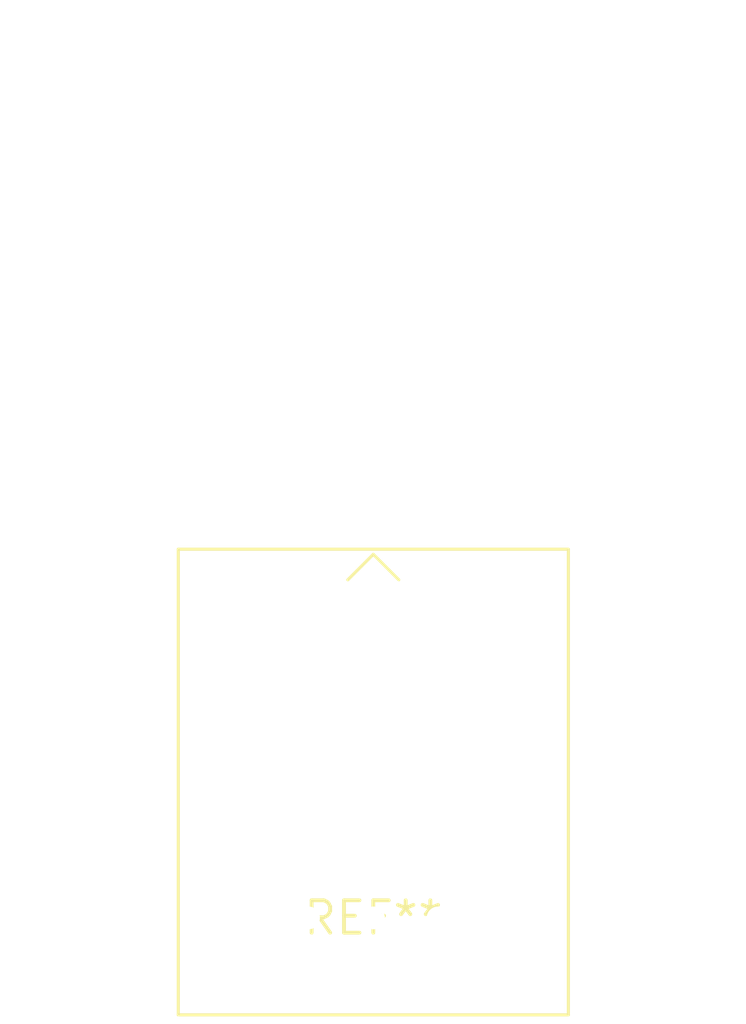
<source format=kicad_pcb>
(kicad_pcb (version 20240108) (generator pcbnew)
  (layers (0 "F.Cu" signal) (31 "B.Cu" signal) (34 "B.Paste" user) (35 "F.Paste" user) (36 "B.SilkS" user "B.Silkscreen") (37 "F.SilkS" user "F.Silkscreen") (38 "B.Mask" user) (39 "F.Mask" user) (44 "Edge.Cuts" user))
  (net 0 "")
  (footprint "BNC_Win_364A2x95_Horizontal" (layer "F.Cu") (at 0 0)
    (property "Reference" "REF**")
    (property "Value" "BNC_Win_364A2x95_Horizontal")
    (fp_line (start -7.65 -14.45) (end 7.65 -14.45) (layer "F.SilkS") (stroke (width 0.12)))
    (fp_line (start -7.65 3.8) (end -7.65 -14.45) (layer "F.SilkS") (stroke (width 0.12)))
    (fp_line (start 0 -14.25) (end -1 -13.25) (layer "F.SilkS") (stroke (width 0.12)))
    (fp_line (start 0 -14.25) (end 1 -13.25) (layer "F.SilkS") (stroke (width 0.12)))
    (fp_line (start 7.65 -14.45) (end 7.65 3.8) (layer "F.SilkS") (stroke (width 0.12)))
    (fp_line (start 7.65 3.8) (end -7.65 3.8) (layer "F.SilkS") (stroke (width 0.12)))
    (pad "1" thru_hole roundrect (at 0 0) (size 1.6 1.6) (drill 0.89) (layers *.Cu *.Mask) (remove_unused_layers))
    (pad "2" thru_hole circle (at 0 -2.54) (size 1.6 1.6) (drill 0.89) (layers *.Cu *.Mask) (remove_unused_layers))
    (pad "3" thru_hole oval (at -5.08 -8.89) (size 3.5 7) (drill 2.01) (layers *.Cu *.Mask) (remove_unused_layers))
    (pad "3" thru_hole circle (at -2.54 0) (size 1.6 1.6) (drill 0.89) (layers *.Cu *.Mask) (remove_unused_layers))
    (pad "3" thru_hole circle (at 2.54 0) (size 1.6 1.6) (drill 0.89) (layers *.Cu *.Mask) (remove_unused_layers))
    (pad "3" thru_hole oval (at 5.08 -8.89) (size 3.5 7) (drill 2.01) (layers *.Cu *.Mask) (remove_unused_layers))
  )
)
</source>
